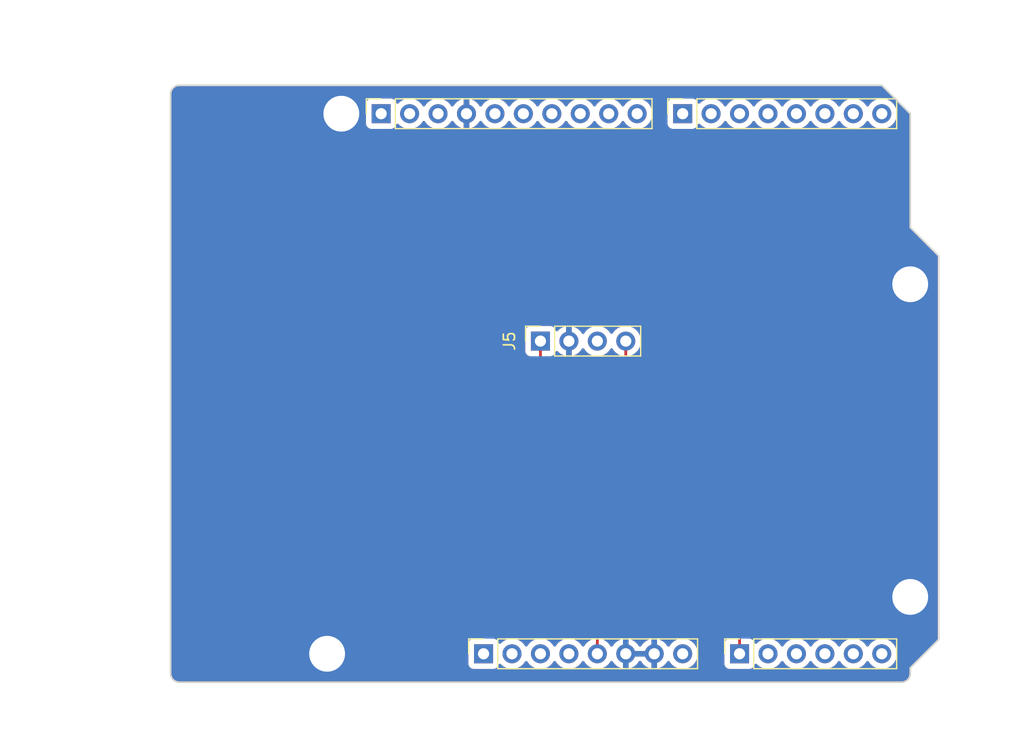
<source format=kicad_pcb>
(kicad_pcb (version 20221018) (generator pcbnew)
  (title_block (date "mar. 31 mars 2015"))
  (layers (0 "F.Cu" signal) (31 "B.Cu" signal) (34 "B.Paste" user) (35 "F.Paste" user) (36 "B.SilkS" user "B.Silkscreen") (37 "F.SilkS" user "F.Silkscreen") (38 "B.Mask" user) (39 "F.Mask" user) (44 "Edge.Cuts" user))
  (net 0 "")
  (net 1 "GND")
  (net 3 "+5V")
  (net 4 "/IOREF")
  (net 5 "/A0")
  (net 6 "/A1")
  (net 7 "/A2")
  (net 8 "/A3")
  (net 9 "/SDA{slash}A4")
  (net 10 "/SCL{slash}A5")
  (net 11 "/13")
  (net 12 "/12")
  (net 13 "/AREF")
  (net 14 "/8")
  (net 15 "/7")
  (net 16 "/*11")
  (net 17 "/*10")
  (net 18 "/*9")
  (net 19 "/4")
  (net 20 "/2")
  (net 21 "/*6")
  (net 22 "/*5")
  (net 23 "/TX{slash}1")
  (net 24 "/*3")
  (net 25 "/RX{slash}0")
  (net 26 "+3V3")
  (net 27 "VCC")
  (net 28 "/~{RESET}")
  (footprint "Connector_PinSocket_2.54mm:PinSocket_1x08_P2.54mm_Vertical" (layer "F.Cu") (at 127.94 97.46 90)
    (fp_text reference "J1" hide)
    (fp_text value "Power")
    (fp_line (start -1.33 1.27) (end -1.33 19.11) (stroke (width 0.12)) (layer "F.SilkS"))
    (fp_line (start -1.33 1.27) (end 1.33 1.27) (stroke (width 0.12)) (layer "F.SilkS"))
    (fp_line (start -1.33 19.11) (end 1.33 19.11) (stroke (width 0.12)) (layer "F.SilkS"))
    (fp_line (start 0 -1.33) (end 1.33 -1.33) (stroke (width 0.12)) (layer "F.SilkS"))
    (fp_line (start 1.33 -1.33) (end 1.33 0) (stroke (width 0.12)) (layer "F.SilkS"))
    (fp_line (start 1.33 1.27) (end 1.33 19.11) (stroke (width 0.12)) (layer "F.SilkS"))
    (pad "1" thru_hole rect locked (at 0 0 90) (size 1.7 1.7) (drill 1) (layers "*.Cu" "*.Mask"))
    (pad "2" thru_hole oval locked (at 0 2.54 90) (size 1.7 1.7) (drill 1) (layers "*.Cu" "*.Mask") (net 4 "/IOREF"))
    (pad "3" thru_hole oval locked (at 0 5.08 90) (size 1.7 1.7) (drill 1) (layers "*.Cu" "*.Mask") (net 28 "/~{RESET}"))
    (pad "4" thru_hole oval locked (at 0 7.62 90) (size 1.7 1.7) (drill 1) (layers "*.Cu" "*.Mask") (net 26 "+3V3"))
    (pad "5" thru_hole oval locked (at 0 10.16 90) (size 1.7 1.7) (drill 1) (layers "*.Cu" "*.Mask") (net 3 "+5V"))
    (pad "6" thru_hole oval locked (at 0 12.7 90) (size 1.7 1.7) (drill 1) (layers "*.Cu" "*.Mask") (net 1 "GND"))
    (pad "7" thru_hole oval locked (at 0 15.24 90) (size 1.7 1.7) (drill 1) (layers "*.Cu" "*.Mask") (net 1 "GND"))
    (pad "8" thru_hole oval locked (at 0 17.78 90) (size 1.7 1.7) (drill 1) (layers "*.Cu" "*.Mask") (net 27 "VCC"))
  )
  (footprint "Connector_PinSocket_2.54mm:PinSocket_1x06_P2.54mm_Vertical" (layer "F.Cu") (at 150.8 97.46 90)
    (fp_text reference "J3" hide)
    (fp_text value "Analog")
    (fp_line (start -1.33 1.27) (end -1.33 14.03) (stroke (width 0.12)) (layer "F.SilkS"))
    (fp_line (start -1.33 1.27) (end 1.33 1.27) (stroke (width 0.12)) (layer "F.SilkS"))
    (fp_line (start -1.33 14.03) (end 1.33 14.03) (stroke (width 0.12)) (layer "F.SilkS"))
    (fp_line (start 0 -1.33) (end 1.33 -1.33) (stroke (width 0.12)) (layer "F.SilkS"))
    (fp_line (start 1.33 -1.33) (end 1.33 0) (stroke (width 0.12)) (layer "F.SilkS"))
    (fp_line (start 1.33 1.27) (end 1.33 14.03) (stroke (width 0.12)) (layer "F.SilkS"))
    (pad "1" thru_hole rect locked (at 0 0 90) (size 1.7 1.7) (drill 1) (layers "*.Cu" "*.Mask") (net 5 "/A0"))
    (pad "2" thru_hole oval locked (at 0 2.54 90) (size 1.7 1.7) (drill 1) (layers "*.Cu" "*.Mask") (net 6 "/A1"))
    (pad "3" thru_hole oval locked (at 0 5.08 90) (size 1.7 1.7) (drill 1) (layers "*.Cu" "*.Mask") (net 7 "/A2"))
    (pad "4" thru_hole oval locked (at 0 7.62 90) (size 1.7 1.7) (drill 1) (layers "*.Cu" "*.Mask") (net 8 "/A3"))
    (pad "5" thru_hole oval locked (at 0 10.16 90) (size 1.7 1.7) (drill 1) (layers "*.Cu" "*.Mask") (net 9 "/SDA{slash}A4"))
    (pad "6" thru_hole oval locked (at 0 12.7 90) (size 1.7 1.7) (drill 1) (layers "*.Cu" "*.Mask") (net 10 "/SCL{slash}A5"))
  )
  (footprint "Connector_PinSocket_2.54mm:PinSocket_1x10_P2.54mm_Vertical" (layer "F.Cu") (at 118.796 49.2 90)
    (fp_text reference "J2" hide)
    (fp_text value "Digital/PWM")
    (fp_line (start -1.33 1.27) (end -1.33 24.19) (stroke (width 0.12)) (layer "F.SilkS"))
    (fp_line (start -1.33 1.27) (end 1.33 1.27) (stroke (width 0.12)) (layer "F.SilkS"))
    (fp_line (start -1.33 24.19) (end 1.33 24.19) (stroke (width 0.12)) (layer "F.SilkS"))
    (fp_line (start 0 -1.33) (end 1.33 -1.33) (stroke (width 0.12)) (layer "F.SilkS"))
    (fp_line (start 1.33 -1.33) (end 1.33 0) (stroke (width 0.12)) (layer "F.SilkS"))
    (fp_line (start 1.33 1.27) (end 1.33 24.19) (stroke (width 0.12)) (layer "F.SilkS"))
    (pad "1" thru_hole rect locked (at 0 0 90) (size 1.7 1.7) (drill 1) (layers "*.Cu" "*.Mask") (net 10 "/SCL{slash}A5"))
    (pad "2" thru_hole oval locked (at 0 2.54 90) (size 1.7 1.7) (drill 1) (layers "*.Cu" "*.Mask") (net 9 "/SDA{slash}A4"))
    (pad "3" thru_hole oval locked (at 0 5.08 90) (size 1.7 1.7) (drill 1) (layers "*.Cu" "*.Mask") (net 13 "/AREF"))
    (pad "4" thru_hole oval locked (at 0 7.62 90) (size 1.7 1.7) (drill 1) (layers "*.Cu" "*.Mask") (net 1 "GND"))
    (pad "5" thru_hole oval locked (at 0 10.16 90) (size 1.7 1.7) (drill 1) (layers "*.Cu" "*.Mask") (net 11 "/13"))
    (pad "6" thru_hole oval locked (at 0 12.7 90) (size 1.7 1.7) (drill 1) (layers "*.Cu" "*.Mask") (net 12 "/12"))
    (pad "7" thru_hole oval locked (at 0 15.24 90) (size 1.7 1.7) (drill 1) (layers "*.Cu" "*.Mask") (net 16 "/*11"))
    (pad "8" thru_hole oval locked (at 0 17.78 90) (size 1.7 1.7) (drill 1) (layers "*.Cu" "*.Mask") (net 17 "/*10"))
    (pad "9" thru_hole oval locked (at 0 20.32 90) (size 1.7 1.7) (drill 1) (layers "*.Cu" "*.Mask") (net 18 "/*9"))
    (pad "10" thru_hole oval locked (at 0 22.86 90) (size 1.7 1.7) (drill 1) (layers "*.Cu" "*.Mask") (net 14 "/8"))
  )
  (footprint "Connector_PinSocket_2.54mm:PinSocket_1x08_P2.54mm_Vertical" (layer "F.Cu") (at 145.72 49.2 90)
    (fp_text reference "J4" hide)
    (fp_text value "Digital/PWM")
    (fp_line (start -1.33 1.27) (end -1.33 19.11) (stroke (width 0.12)) (layer "F.SilkS"))
    (fp_line (start -1.33 1.27) (end 1.33 1.27) (stroke (width 0.12)) (layer "F.SilkS"))
    (fp_line (start -1.33 19.11) (end 1.33 19.11) (stroke (width 0.12)) (layer "F.SilkS"))
    (fp_line (start 0 -1.33) (end 1.33 -1.33) (stroke (width 0.12)) (layer "F.SilkS"))
    (fp_line (start 1.33 -1.33) (end 1.33 0) (stroke (width 0.12)) (layer "F.SilkS"))
    (fp_line (start 1.33 1.27) (end 1.33 19.11) (stroke (width 0.12)) (layer "F.SilkS"))
    (pad "1" thru_hole rect locked (at 0 0 90) (size 1.7 1.7) (drill 1) (layers "*.Cu" "*.Mask") (net 15 "/7"))
    (pad "2" thru_hole oval locked (at 0 2.54 90) (size 1.7 1.7) (drill 1) (layers "*.Cu" "*.Mask") (net 21 "/*6"))
    (pad "3" thru_hole oval locked (at 0 5.08 90) (size 1.7 1.7) (drill 1) (layers "*.Cu" "*.Mask") (net 22 "/*5"))
    (pad "4" thru_hole oval locked (at 0 7.62 90) (size 1.7 1.7) (drill 1) (layers "*.Cu" "*.Mask") (net 19 "/4"))
    (pad "5" thru_hole oval locked (at 0 10.16 90) (size 1.7 1.7) (drill 1) (layers "*.Cu" "*.Mask") (net 24 "/*3"))
    (pad "6" thru_hole oval locked (at 0 12.7 90) (size 1.7 1.7) (drill 1) (layers "*.Cu" "*.Mask") (net 20 "/2"))
    (pad "7" thru_hole oval locked (at 0 15.24 90) (size 1.7 1.7) (drill 1) (layers "*.Cu" "*.Mask") (net 23 "/TX{slash}1"))
    (pad "8" thru_hole oval locked (at 0 17.78 90) (size 1.7 1.7) (drill 1) (layers "*.Cu" "*.Mask") (net 25 "/RX{slash}0"))
  )
  (footprint "Connector_PinSocket_2.54mm:PinSocket_1x04_P2.54mm_Vertical" (layer "F.Cu") (at 133.02 69.52 90)
    (fp_text reference "J5" (at 0 -2.77 90) (layer "F.SilkS"))
    (fp_text value "Conn_01x04")
    (fp_line (start -1.33 1.27) (end -1.33 8.95) (stroke (width 0.12)) (layer "F.SilkS"))
    (fp_line (start -1.33 1.27) (end 1.33 1.27) (stroke (width 0.12)) (layer "F.SilkS"))
    (fp_line (start -1.33 8.95) (end 1.33 8.95) (stroke (width 0.12)) (layer "F.SilkS"))
    (fp_line (start 0 -1.33) (end 1.33 -1.33) (stroke (width 0.12)) (layer "F.SilkS"))
    (fp_line (start 1.33 -1.33) (end 1.33 0) (stroke (width 0.12)) (layer "F.SilkS"))
    (fp_line (start 1.33 1.27) (end 1.33 8.95) (stroke (width 0.12)) (layer "F.SilkS"))
    (pad "1" thru_hole rect (at 0 0 90) (size 1.7 1.7) (drill 1) (layers "*.Cu" "*.Mask") (net 3 "+5V"))
    (pad "2" thru_hole oval (at 0 2.54 90) (size 1.7 1.7) (drill 1) (layers "*.Cu" "*.Mask") (net 1 "GND"))
    (pad "3" thru_hole oval (at 0 5.08 90) (size 1.7 1.7) (drill 1) (layers "*.Cu" "*.Mask"))
    (pad "4" thru_hole oval (at 0 7.62 90) (size 1.7 1.7) (drill 1) (layers "*.Cu" "*.Mask") (net 5 "/A0"))
  )
  (footprint "Arduino_MountingHole:MountingHole_3.2mm" (layer "F.Cu") (at 115.24 49.2)
    (fp_text reference "MH1" hide)
    (fp_text value "MountingHole_3.2mm" hide)
    (pad "" np_thru_hole circle locked (at 0 0) (size 3.2 3.2) (drill 3.2) (layers "*.Cu" "*.Mask"))
  )
  (footprint "Arduino_MountingHole:MountingHole_3.2mm" (layer "F.Cu") (at 113.97 97.46)
    (fp_text reference "MH2" hide)
    (fp_text value "MountingHole_3.2mm" hide)
    (pad "" np_thru_hole circle locked (at 0 0) (size 3.2 3.2) (drill 3.2) (layers "*.Cu" "*.Mask"))
  )
  (footprint "Arduino_MountingHole:MountingHole_3.2mm" (layer "F.Cu") (at 166.04 64.44)
    (fp_text reference "MH3" hide)
    (fp_text value "MountingHole_3.2mm" hide)
    (pad "" np_thru_hole circle locked (at 0 0) (size 3.2 3.2) (drill 3.2) (layers "*.Cu" "*.Mask"))
  )
  (footprint "Arduino_MountingHole:MountingHole_3.2mm" (layer "F.Cu") (at 166.04 92.38)
    (fp_text reference "MH4" hide)
    (fp_text value "MountingHole_3.2mm" hide)
    (pad "" np_thru_hole circle locked (at 0 0) (size 3.2 3.2) (drill 3.2) (layers "*.Cu" "*.Mask"))
  )
  (gr_line (start 166.04 59.36) (end 168.58 61.9) (stroke (width 0.15)) (layer "Edge.Cuts"))
  (gr_line (start 100 99.238) (end 100 47.422) (stroke (width 0.15)) (layer "Edge.Cuts"))
  (gr_line (start 168.58 61.9) (end 168.58 96.19) (stroke (width 0.15)) (layer "Edge.Cuts"))
  (gr_line (start 165.278 100) (end 100.762 100) (stroke (width 0.15)) (layer "Edge.Cuts"))
  (gr_line (start 100.762 46.66) (end 163.5 46.66) (stroke (width 0.15)) (layer "Edge.Cuts"))
  (gr_arc (start 100.762 100) (mid 100.223185 99.776815) (end 100 99.238) (stroke (width 0.15)) (layer "Edge.Cuts"))
  (gr_line (start 168.58 96.19) (end 166.04 98.73) (stroke (width 0.15)) (layer "Edge.Cuts"))
  (gr_line (start 163.5 46.66) (end 166.04 49.2) (stroke (width 0.15)) (layer "Edge.Cuts"))
  (gr_arc (start 166.04 99.238) (mid 165.816815 99.776815) (end 165.278 100) (stroke (width 0.15)) (layer "Edge.Cuts"))
  (gr_line (start 166.04 49.2) (end 166.04 59.36) (stroke (width 0.15)) (layer "Edge.Cuts"))
  (gr_line (start 166.04 98.73) (end 166.04 99.238) (stroke (width 0.15)) (layer "Edge.Cuts"))
  (gr_arc (start 100 47.422) (mid 100.223185 46.883185) (end 100.762 46.66) (stroke (width 0.15)) (layer "Edge.Cuts"))
  (segment (start 133.02 84.76) (end 138.1 84.76) (width 0.25) (layer "F.Cu") (net 3))
  (segment (start 138.1 84.76) (end 138.1 97.46) (width 0.25) (layer "F.Cu") (net 3))
  (segment (start 133.02 69.52) (end 133.02 84.76) (width 0.25) (layer "F.Cu") (net 3))
  (segment (start 140.64 69.52) (end 140.64 79.68) (width 0.25) (layer "F.Cu") (net 5))
  (segment (start 140.64 79.68) (end 150.8 79.68) (width 0.25) (layer "F.Cu") (net 5))
  (segment (start 150.8 79.68) (end 150.8 97.46) (width 0.25) (layer "F.Cu") (net 5))
  (zone (net 1) (net_name "GND") (layers "F&B.Cu") (connect_pads (clearance 0.508)) (min_thickness 0.25) (fill yes (thermal_gap 0.5) (thermal_bridge_width 0.5))
    (polygon (pts (xy 84.76 39.04) (xy 84.76 105.08) (xy 176.2 105.08) (xy 176.2 39.04)))
  )
)
</source>
